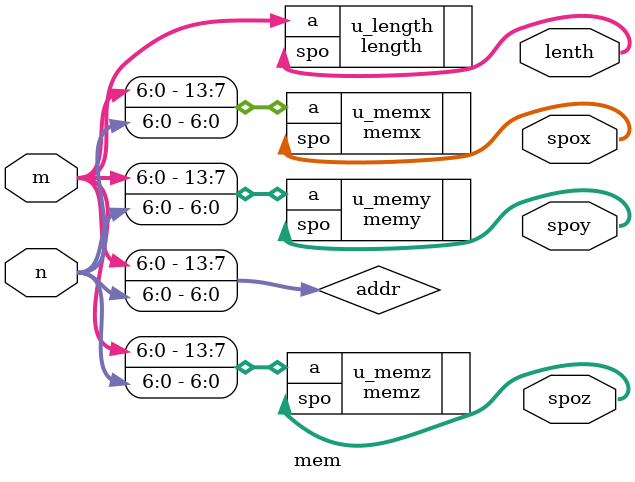
<source format=v>
`timescale 1ns / 1ps


module mem(m, n,
     spox,
     spoy,
     spoz,
     lenth
    );
    
    wire [13:0] addr;
    input [6:0] n;//n´Ó0¿ªÊ¼£¬±íÊ¾µÚ¼¸»­
    input [6:0] m;//m´Ó0¿ªÊ¼,±íÊ¾µÚ¼¸¸ö×Ö
    output [9:0] spox;
    output [9:0] spoy;
    output [8:0] spoz;
    output [6:0] lenth;
    assign addr={m,n};
       memx u_memx (
         .a(addr),     
         .spo(spox)  
       );
       memy u_memy (
         .a(addr),     
         .spo(spoy) 
       );
       memz u_memz(
        .a(addr),     
        .spo(spoz)
        );
       length u_length(
        .a(m),      
        .spo(lenth)  
        );
endmodule
</source>
